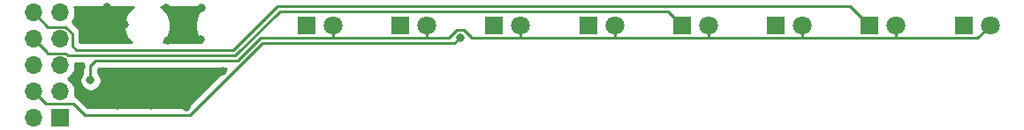
<source format=gbl>
G04 #@! TF.GenerationSoftware,KiCad,Pcbnew,(5.1.6-0-10_14)*
G04 #@! TF.CreationDate,2020-08-11T10:22:26+09:00*
G04 #@! TF.ProjectId,qPCR-ledarray_1x8,71504352-2d6c-4656-9461-727261795f31,rev?*
G04 #@! TF.SameCoordinates,Original*
G04 #@! TF.FileFunction,Copper,L2,Bot*
G04 #@! TF.FilePolarity,Positive*
%FSLAX46Y46*%
G04 Gerber Fmt 4.6, Leading zero omitted, Abs format (unit mm)*
G04 Created by KiCad (PCBNEW (5.1.6-0-10_14)) date 2020-08-11 10:22:26*
%MOMM*%
%LPD*%
G01*
G04 APERTURE LIST*
G04 #@! TA.AperFunction,ComponentPad*
%ADD10R,1.800000X1.800000*%
G04 #@! TD*
G04 #@! TA.AperFunction,ComponentPad*
%ADD11C,1.800000*%
G04 #@! TD*
G04 #@! TA.AperFunction,ComponentPad*
%ADD12O,1.700000X1.700000*%
G04 #@! TD*
G04 #@! TA.AperFunction,ComponentPad*
%ADD13R,1.700000X1.700000*%
G04 #@! TD*
G04 #@! TA.AperFunction,ViaPad*
%ADD14C,0.800000*%
G04 #@! TD*
G04 #@! TA.AperFunction,Conductor*
%ADD15C,0.250000*%
G04 #@! TD*
G04 #@! TA.AperFunction,Conductor*
%ADD16C,0.254000*%
G04 #@! TD*
G04 APERTURE END LIST*
D10*
G04 #@! TO.P,D1,1*
G04 #@! TO.N,OUT1*
X164730000Y-113500000D03*
D11*
G04 #@! TO.P,D1,2*
G04 #@! TO.N,VCC*
X167270000Y-113500000D03*
G04 #@! TD*
G04 #@! TO.P,D2,2*
G04 #@! TO.N,VCC*
X158270000Y-113500000D03*
D10*
G04 #@! TO.P,D2,1*
G04 #@! TO.N,OUT2*
X155730000Y-113500000D03*
G04 #@! TD*
G04 #@! TO.P,D3,1*
G04 #@! TO.N,OUT3*
X146730000Y-113500000D03*
D11*
G04 #@! TO.P,D3,2*
G04 #@! TO.N,VCC*
X149270000Y-113500000D03*
G04 #@! TD*
G04 #@! TO.P,D4,2*
G04 #@! TO.N,VCC*
X140270000Y-113500000D03*
D10*
G04 #@! TO.P,D4,1*
G04 #@! TO.N,OUT4*
X137730000Y-113500000D03*
G04 #@! TD*
G04 #@! TO.P,D5,1*
G04 #@! TO.N,OUT5*
X128730000Y-113500000D03*
D11*
G04 #@! TO.P,D5,2*
G04 #@! TO.N,VCC*
X131270000Y-113500000D03*
G04 #@! TD*
G04 #@! TO.P,D6,2*
G04 #@! TO.N,VCC*
X122270000Y-113500000D03*
D10*
G04 #@! TO.P,D6,1*
G04 #@! TO.N,OUT6*
X119730000Y-113500000D03*
G04 #@! TD*
G04 #@! TO.P,D7,1*
G04 #@! TO.N,OUT7*
X110730000Y-113500000D03*
D11*
G04 #@! TO.P,D7,2*
G04 #@! TO.N,VCC*
X113270000Y-113500000D03*
G04 #@! TD*
G04 #@! TO.P,D8,2*
G04 #@! TO.N,VCC*
X104270000Y-113500000D03*
D10*
G04 #@! TO.P,D8,1*
G04 #@! TO.N,OUT8*
X101730000Y-113500000D03*
G04 #@! TD*
D12*
G04 #@! TO.P,U1,10*
G04 #@! TO.N,OUT2*
X75564401Y-112270000D03*
G04 #@! TO.P,U1,9*
G04 #@! TO.N,OUT1*
X78104401Y-112270000D03*
G04 #@! TO.P,U1,8*
G04 #@! TO.N,OUT4*
X75564401Y-114810000D03*
G04 #@! TO.P,U1,7*
G04 #@! TO.N,OUT3*
X78104401Y-114810000D03*
G04 #@! TO.P,U1,6*
G04 #@! TO.N,OUT7*
X75564401Y-117350000D03*
G04 #@! TO.P,U1,5*
G04 #@! TO.N,OUT8*
X78104401Y-117350000D03*
G04 #@! TO.P,U1,4*
G04 #@! TO.N,OUT6*
X75564401Y-119890000D03*
G04 #@! TO.P,U1,3*
G04 #@! TO.N,VCC*
X78104401Y-119890000D03*
G04 #@! TO.P,U1,2*
G04 #@! TO.N,GND*
X75564401Y-122430000D03*
D13*
G04 #@! TO.P,U1,1*
G04 #@! TO.N,OUT5*
X78104401Y-122430000D03*
G04 #@! TD*
D14*
G04 #@! TO.N,GND*
X83862800Y-118127400D03*
X81043400Y-114749200D03*
X83659600Y-112641000D03*
X89908000Y-113250600D03*
X93743400Y-117924200D03*
X90238200Y-121378600D03*
X83659600Y-121226200D03*
X87571200Y-119549800D03*
X88460200Y-114901600D03*
X88282400Y-111802800D03*
X91660600Y-111777400D03*
X91559000Y-114825400D03*
X84320000Y-113428400D03*
X82643600Y-111752000D03*
X90695400Y-118914800D03*
X88333200Y-118152800D03*
X86860000Y-121175400D03*
X80179800Y-117467000D03*
G04 #@! TO.N,VCC*
X81043400Y-118787800D03*
G04 #@! TO.N,OUT6*
X116476400Y-114673000D03*
G04 #@! TD*
D15*
G04 #@! TO.N,GND*
X83151600Y-112641000D02*
X83659600Y-112641000D01*
X81043400Y-114749200D02*
X83151600Y-112641000D01*
X83151600Y-112260000D02*
X83151600Y-112641000D01*
X82643600Y-111752000D02*
X83151600Y-112260000D01*
G04 #@! TO.N,VCC*
X166044999Y-114725001D02*
X167270000Y-113500000D01*
X158270000Y-114709000D02*
X158286001Y-114725001D01*
X158270000Y-113500000D02*
X158270000Y-114709000D01*
X158286001Y-114725001D02*
X166044999Y-114725001D01*
X149270000Y-114597002D02*
X149142001Y-114725001D01*
X149270000Y-113500000D02*
X149270000Y-114597002D01*
X149142001Y-114725001D02*
X158286001Y-114725001D01*
X131270000Y-114635402D02*
X131359599Y-114725001D01*
X131270000Y-113500000D02*
X131270000Y-114635402D01*
X122270000Y-114675400D02*
X122319601Y-114725001D01*
X122270000Y-113500000D02*
X122270000Y-114675400D01*
X122319601Y-114725001D02*
X131359599Y-114725001D01*
X113270000Y-114593202D02*
X113401799Y-114725001D01*
X113270000Y-113500000D02*
X113270000Y-114593202D01*
X104270000Y-113500000D02*
X104270000Y-114633200D01*
X104361801Y-114725001D02*
X113401799Y-114725001D01*
X104270000Y-114633200D02*
X104361801Y-114725001D01*
X113401799Y-114725001D02*
X115351397Y-114725001D01*
X116128399Y-113947999D02*
X116792799Y-113947999D01*
X115351397Y-114725001D02*
X116128399Y-113947999D01*
X117569801Y-114725001D02*
X122319601Y-114725001D01*
X116792799Y-113947999D02*
X117569801Y-114725001D01*
X140270000Y-114692200D02*
X140302801Y-114725001D01*
X140270000Y-113500000D02*
X140270000Y-114692200D01*
X140302801Y-114725001D02*
X149142001Y-114725001D01*
X131359599Y-114725001D02*
X140302801Y-114725001D01*
X81043400Y-117416200D02*
X81043400Y-118787800D01*
X81551400Y-116908200D02*
X81043400Y-117416200D01*
X95140400Y-116908200D02*
X81551400Y-116908200D01*
X97323599Y-114725001D02*
X95140400Y-116908200D01*
X104361801Y-114725001D02*
X97323599Y-114725001D01*
G04 #@! TO.N,OUT2*
X78668402Y-113634999D02*
X76929400Y-113634999D01*
X79279402Y-114245999D02*
X78668402Y-113634999D01*
X79279402Y-115474402D02*
X79279402Y-114245999D01*
X79697200Y-115892200D02*
X79279402Y-115474402D01*
X94734000Y-115892200D02*
X79697200Y-115892200D01*
X99001200Y-111625000D02*
X94734000Y-115892200D01*
X153855000Y-111625000D02*
X99001200Y-111625000D01*
X76929400Y-113634999D02*
X75564401Y-112270000D01*
X155730000Y-113500000D02*
X153855000Y-111625000D01*
G04 #@! TO.N,OUT4*
X76739402Y-115985001D02*
X75564401Y-114810000D01*
X78665003Y-116171600D02*
X76926001Y-116171600D01*
X76926001Y-116171600D02*
X76739402Y-115985001D01*
X99204400Y-112133000D02*
X94937200Y-116400200D01*
X94937200Y-116400200D02*
X78893603Y-116400200D01*
X136363000Y-112133000D02*
X99204400Y-112133000D01*
X78893603Y-116400200D02*
X78665003Y-116171600D01*
X137730000Y-113500000D02*
X136363000Y-112133000D01*
G04 #@! TO.N,OUT6*
X115917600Y-115231800D02*
X116476400Y-114673000D01*
X97528000Y-115231800D02*
X115917600Y-115231800D01*
X90593800Y-122166000D02*
X97528000Y-115231800D01*
X80484600Y-122166000D02*
X90593800Y-122166000D01*
X76739402Y-121065001D02*
X79383601Y-121065001D01*
X79383601Y-121065001D02*
X80484600Y-122166000D01*
X75564401Y-119890000D02*
X76739402Y-121065001D01*
G04 #@! TD*
D16*
G04 #@! TO.N,GND*
G36*
X75691401Y-122303000D02*
G01*
X75711401Y-122303000D01*
X75711401Y-122557000D01*
X75691401Y-122557000D01*
X75691401Y-122577000D01*
X75437401Y-122577000D01*
X75437401Y-122557000D01*
X75417401Y-122557000D01*
X75417401Y-122303000D01*
X75437401Y-122303000D01*
X75437401Y-122283000D01*
X75691401Y-122283000D01*
X75691401Y-122303000D01*
G37*
X75691401Y-122303000D02*
X75711401Y-122303000D01*
X75711401Y-122557000D01*
X75691401Y-122557000D01*
X75691401Y-122577000D01*
X75437401Y-122577000D01*
X75437401Y-122557000D01*
X75417401Y-122557000D01*
X75417401Y-122303000D01*
X75437401Y-122303000D01*
X75437401Y-122283000D01*
X75691401Y-122283000D01*
X75691401Y-122303000D01*
G36*
X80294397Y-117267215D02*
G01*
X80283400Y-117378868D01*
X80283400Y-117378878D01*
X80279724Y-117416200D01*
X80283400Y-117453523D01*
X80283400Y-118084089D01*
X80239463Y-118128026D01*
X80126195Y-118297544D01*
X80048174Y-118485902D01*
X80008400Y-118685861D01*
X80008400Y-118889739D01*
X80048174Y-119089698D01*
X80126195Y-119278056D01*
X80239463Y-119447574D01*
X80383626Y-119591737D01*
X80553144Y-119705005D01*
X80741502Y-119783026D01*
X80941461Y-119822800D01*
X81145339Y-119822800D01*
X81345298Y-119783026D01*
X81533656Y-119705005D01*
X81703174Y-119591737D01*
X81847337Y-119447574D01*
X81960605Y-119278056D01*
X82038626Y-119089698D01*
X82078400Y-118889739D01*
X82078400Y-118685861D01*
X82038626Y-118485902D01*
X81960605Y-118297544D01*
X81847337Y-118128026D01*
X81803400Y-118084089D01*
X81803400Y-117731001D01*
X81866202Y-117668200D01*
X94016798Y-117668200D01*
X90278999Y-121406000D01*
X80799402Y-121406000D01*
X79947405Y-120554003D01*
X79923602Y-120525000D01*
X79807877Y-120430027D01*
X79675848Y-120359455D01*
X79533691Y-120316333D01*
X79589401Y-120036260D01*
X79589401Y-119743740D01*
X79532333Y-119456842D01*
X79420391Y-119186589D01*
X79257876Y-118943368D01*
X79051033Y-118736525D01*
X78876641Y-118620000D01*
X79051033Y-118503475D01*
X79257876Y-118296632D01*
X79420391Y-118053411D01*
X79532333Y-117783158D01*
X79589401Y-117496260D01*
X79589401Y-117203740D01*
X79580740Y-117160200D01*
X80326859Y-117160200D01*
X80294397Y-117267215D01*
G37*
X80294397Y-117267215D02*
X80283400Y-117378868D01*
X80283400Y-117378878D01*
X80279724Y-117416200D01*
X80283400Y-117453523D01*
X80283400Y-118084089D01*
X80239463Y-118128026D01*
X80126195Y-118297544D01*
X80048174Y-118485902D01*
X80008400Y-118685861D01*
X80008400Y-118889739D01*
X80048174Y-119089698D01*
X80126195Y-119278056D01*
X80239463Y-119447574D01*
X80383626Y-119591737D01*
X80553144Y-119705005D01*
X80741502Y-119783026D01*
X80941461Y-119822800D01*
X81145339Y-119822800D01*
X81345298Y-119783026D01*
X81533656Y-119705005D01*
X81703174Y-119591737D01*
X81847337Y-119447574D01*
X81960605Y-119278056D01*
X82038626Y-119089698D01*
X82078400Y-118889739D01*
X82078400Y-118685861D01*
X82038626Y-118485902D01*
X81960605Y-118297544D01*
X81847337Y-118128026D01*
X81803400Y-118084089D01*
X81803400Y-117731001D01*
X81866202Y-117668200D01*
X94016798Y-117668200D01*
X90278999Y-121406000D01*
X80799402Y-121406000D01*
X79947405Y-120554003D01*
X79923602Y-120525000D01*
X79807877Y-120430027D01*
X79675848Y-120359455D01*
X79533691Y-120316333D01*
X79589401Y-120036260D01*
X79589401Y-119743740D01*
X79532333Y-119456842D01*
X79420391Y-119186589D01*
X79257876Y-118943368D01*
X79051033Y-118736525D01*
X78876641Y-118620000D01*
X79051033Y-118503475D01*
X79257876Y-118296632D01*
X79420391Y-118053411D01*
X79532333Y-117783158D01*
X79589401Y-117496260D01*
X79589401Y-117203740D01*
X79580740Y-117160200D01*
X80326859Y-117160200D01*
X80294397Y-117267215D01*
G36*
X91602259Y-111942564D02*
G01*
X91334883Y-112342721D01*
X91150711Y-112787351D01*
X91056821Y-113259368D01*
X91056821Y-113740632D01*
X91150711Y-114212649D01*
X91334883Y-114657279D01*
X91602259Y-115057436D01*
X91677023Y-115132200D01*
X88041496Y-115132200D01*
X88243139Y-114930557D01*
X88488732Y-114563000D01*
X88657900Y-114154592D01*
X88744142Y-113721029D01*
X88744142Y-113278971D01*
X88657900Y-112845408D01*
X88488732Y-112437000D01*
X88243139Y-112069443D01*
X87930557Y-111756861D01*
X87823009Y-111685000D01*
X91859823Y-111685000D01*
X91602259Y-111942564D01*
G37*
X91602259Y-111942564D02*
X91334883Y-112342721D01*
X91150711Y-112787351D01*
X91056821Y-113259368D01*
X91056821Y-113740632D01*
X91150711Y-114212649D01*
X91334883Y-114657279D01*
X91602259Y-115057436D01*
X91677023Y-115132200D01*
X88041496Y-115132200D01*
X88243139Y-114930557D01*
X88488732Y-114563000D01*
X88657900Y-114154592D01*
X88744142Y-113721029D01*
X88744142Y-113278971D01*
X88657900Y-112845408D01*
X88488732Y-112437000D01*
X88243139Y-112069443D01*
X87930557Y-111756861D01*
X87823009Y-111685000D01*
X91859823Y-111685000D01*
X91602259Y-111942564D01*
G36*
X85069443Y-111756861D02*
G01*
X84756861Y-112069443D01*
X84511268Y-112437000D01*
X84342100Y-112845408D01*
X84255858Y-113278971D01*
X84255858Y-113721029D01*
X84342100Y-114154592D01*
X84511268Y-114563000D01*
X84756861Y-114930557D01*
X84958504Y-115132200D01*
X80039402Y-115132200D01*
X80039402Y-114283321D01*
X80043078Y-114245998D01*
X80039402Y-114208675D01*
X80039402Y-114208666D01*
X80028405Y-114097013D01*
X79984948Y-113953752D01*
X79914376Y-113821723D01*
X79883405Y-113783985D01*
X79843201Y-113734995D01*
X79843197Y-113734991D01*
X79819403Y-113705998D01*
X79790410Y-113682204D01*
X79284697Y-113176492D01*
X79420391Y-112973411D01*
X79532333Y-112703158D01*
X79589401Y-112416260D01*
X79589401Y-112123740D01*
X79532333Y-111836842D01*
X79469438Y-111685000D01*
X85176991Y-111685000D01*
X85069443Y-111756861D01*
G37*
X85069443Y-111756861D02*
X84756861Y-112069443D01*
X84511268Y-112437000D01*
X84342100Y-112845408D01*
X84255858Y-113278971D01*
X84255858Y-113721029D01*
X84342100Y-114154592D01*
X84511268Y-114563000D01*
X84756861Y-114930557D01*
X84958504Y-115132200D01*
X80039402Y-115132200D01*
X80039402Y-114283321D01*
X80043078Y-114245998D01*
X80039402Y-114208675D01*
X80039402Y-114208666D01*
X80028405Y-114097013D01*
X79984948Y-113953752D01*
X79914376Y-113821723D01*
X79883405Y-113783985D01*
X79843201Y-113734995D01*
X79843197Y-113734991D01*
X79819403Y-113705998D01*
X79790410Y-113682204D01*
X79284697Y-113176492D01*
X79420391Y-112973411D01*
X79532333Y-112703158D01*
X79589401Y-112416260D01*
X79589401Y-112123740D01*
X79532333Y-111836842D01*
X79469438Y-111685000D01*
X85176991Y-111685000D01*
X85069443Y-111756861D01*
G04 #@! TD*
M02*

</source>
